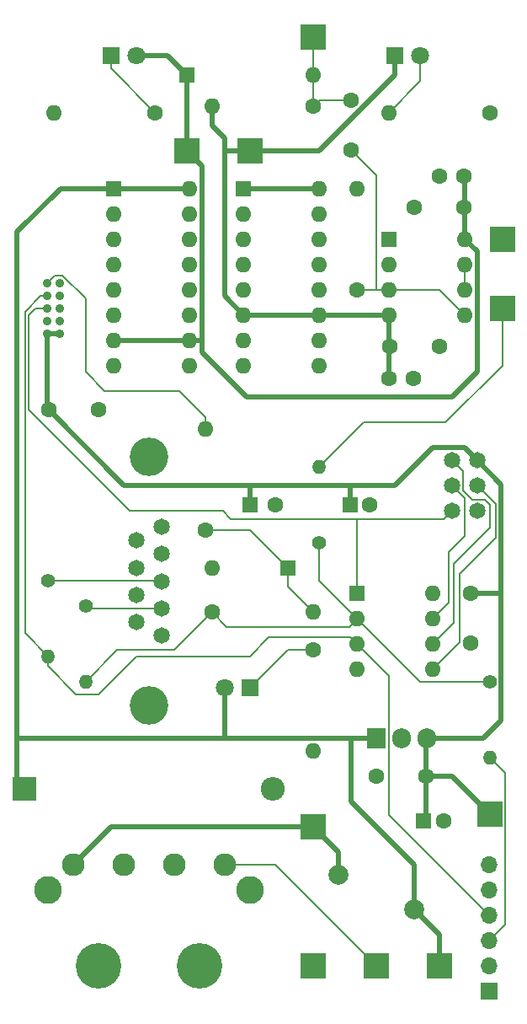
<source format=gtl>
G04 #@! TF.GenerationSoftware,KiCad,Pcbnew,8.0.3*
G04 #@! TF.CreationDate,2024-08-19T01:24:21-04:00*
G04 #@! TF.ProjectId,smoke-detector-interface,736d6f6b-652d-4646-9574-6563746f722d,rev?*
G04 #@! TF.SameCoordinates,Original*
G04 #@! TF.FileFunction,Copper,L1,Top*
G04 #@! TF.FilePolarity,Positive*
%FSLAX46Y46*%
G04 Gerber Fmt 4.6, Leading zero omitted, Abs format (unit mm)*
G04 Created by KiCad (PCBNEW 8.0.3) date 2024-08-19 01:24:21*
%MOMM*%
%LPD*%
G01*
G04 APERTURE LIST*
G04 #@! TA.AperFunction,ComponentPad*
%ADD10R,2.500000X2.500000*%
G04 #@! TD*
G04 #@! TA.AperFunction,ComponentPad*
%ADD11C,2.000000*%
G04 #@! TD*
G04 #@! TA.AperFunction,ComponentPad*
%ADD12C,1.600000*%
G04 #@! TD*
G04 #@! TA.AperFunction,ComponentPad*
%ADD13C,1.651000*%
G04 #@! TD*
G04 #@! TA.AperFunction,ComponentPad*
%ADD14C,3.860800*%
G04 #@! TD*
G04 #@! TA.AperFunction,ComponentPad*
%ADD15R,1.800000X1.800000*%
G04 #@! TD*
G04 #@! TA.AperFunction,ComponentPad*
%ADD16C,1.800000*%
G04 #@! TD*
G04 #@! TA.AperFunction,ComponentPad*
%ADD17R,1.600000X1.600000*%
G04 #@! TD*
G04 #@! TA.AperFunction,ComponentPad*
%ADD18O,1.600000X1.600000*%
G04 #@! TD*
G04 #@! TA.AperFunction,ComponentPad*
%ADD19C,1.400000*%
G04 #@! TD*
G04 #@! TA.AperFunction,ComponentPad*
%ADD20O,1.400000X1.400000*%
G04 #@! TD*
G04 #@! TA.AperFunction,ComponentPad*
%ADD21R,2.400000X2.400000*%
G04 #@! TD*
G04 #@! TA.AperFunction,ComponentPad*
%ADD22O,2.400000X2.400000*%
G04 #@! TD*
G04 #@! TA.AperFunction,ComponentPad*
%ADD23C,1.650000*%
G04 #@! TD*
G04 #@! TA.AperFunction,ComponentPad*
%ADD24R,1.905000X2.000000*%
G04 #@! TD*
G04 #@! TA.AperFunction,ComponentPad*
%ADD25O,1.905000X2.000000*%
G04 #@! TD*
G04 #@! TA.AperFunction,ComponentPad*
%ADD26C,2.286000*%
G04 #@! TD*
G04 #@! TA.AperFunction,ComponentPad*
%ADD27C,2.794000*%
G04 #@! TD*
G04 #@! TA.AperFunction,ComponentPad*
%ADD28C,4.572000*%
G04 #@! TD*
G04 #@! TA.AperFunction,ComponentPad*
%ADD29C,0.914400*%
G04 #@! TD*
G04 #@! TA.AperFunction,ComponentPad*
%ADD30R,1.700000X1.700000*%
G04 #@! TD*
G04 #@! TA.AperFunction,ComponentPad*
%ADD31O,1.700000X1.700000*%
G04 #@! TD*
G04 #@! TA.AperFunction,Conductor*
%ADD32C,0.500000*%
G04 #@! TD*
G04 #@! TA.AperFunction,Conductor*
%ADD33C,0.200000*%
G04 #@! TD*
G04 APERTURE END LIST*
D10*
X132080000Y-142240000D03*
D11*
X134620000Y-147040600D03*
X142240000Y-150495000D03*
D10*
X132080000Y-62865000D03*
D12*
X105490000Y-100330000D03*
X110490000Y-100330000D03*
D13*
X116840000Y-123056600D03*
X116840000Y-120316600D03*
X116840000Y-117576601D03*
X116840000Y-114836601D03*
X116840000Y-112096602D03*
X114300000Y-121686600D03*
X114300000Y-118946601D03*
X114300000Y-116206601D03*
X114300000Y-113466601D03*
D14*
X115570000Y-105081602D03*
X115570000Y-130071600D03*
D15*
X125730000Y-128270000D03*
D16*
X123190000Y-128270000D03*
D15*
X140330000Y-64770000D03*
D16*
X142870000Y-64770000D03*
D17*
X143189888Y-141605000D03*
D12*
X145189888Y-141605000D03*
X136525000Y-88265000D03*
D18*
X136525000Y-78105000D03*
D19*
X149860000Y-127635000D03*
D20*
X149860000Y-135255000D03*
D19*
X109220000Y-120015000D03*
D20*
X109220000Y-127635000D03*
D12*
X116205000Y-70485000D03*
D18*
X106045000Y-70485000D03*
D17*
X112075000Y-78105000D03*
D18*
X112075000Y-80645000D03*
X112075000Y-83185000D03*
X112075000Y-85725000D03*
X112075000Y-88265000D03*
X112075000Y-90805000D03*
X112075000Y-93345000D03*
X112075000Y-95885000D03*
X119695000Y-95885000D03*
X119695000Y-93345000D03*
X119695000Y-90805000D03*
X119695000Y-88265000D03*
X119695000Y-85725000D03*
X119695000Y-83185000D03*
X119695000Y-80645000D03*
X119695000Y-78105000D03*
D12*
X121285000Y-112395000D03*
D18*
X121285000Y-102235000D03*
D12*
X139720000Y-97155000D03*
X142220000Y-97155000D03*
X135890000Y-69215000D03*
X135890000Y-74215000D03*
D17*
X135795000Y-109855000D03*
D12*
X137795000Y-109855000D03*
D17*
X129540000Y-116205000D03*
D18*
X121920000Y-116205000D03*
D12*
X132080000Y-69850000D03*
D18*
X121920000Y-69850000D03*
D12*
X139780000Y-93980000D03*
X144780000Y-93980000D03*
D17*
X136535000Y-118795000D03*
D18*
X136535000Y-121335000D03*
X136535000Y-123875000D03*
X136535000Y-126415000D03*
X144155000Y-126415000D03*
X144155000Y-123875000D03*
X144155000Y-121335000D03*
X144155000Y-118795000D03*
D19*
X132715000Y-113665000D03*
D20*
X132715000Y-106045000D03*
D10*
X149860000Y-140970000D03*
D21*
X103070000Y-138430000D03*
D22*
X128070000Y-138430000D03*
D10*
X125730000Y-74295000D03*
D23*
X146050000Y-105410000D03*
X148590000Y-105410000D03*
X146050000Y-107950000D03*
X148590000Y-107950000D03*
X146050000Y-110490000D03*
X148590000Y-110490000D03*
D24*
X138430000Y-133350000D03*
D25*
X140970000Y-133350000D03*
X143510000Y-133350000D03*
D26*
X107950000Y-146050000D03*
X113030000Y-146050000D03*
X118110000Y-146050000D03*
X123190000Y-146050000D03*
D27*
X105410000Y-148590000D03*
X125730000Y-148590000D03*
D28*
X110490000Y-156210000D03*
X120650000Y-156210000D03*
D15*
X111755000Y-64770000D03*
D16*
X114295000Y-64770000D03*
D10*
X138430000Y-156210000D03*
X144780000Y-156210000D03*
D12*
X147280000Y-80010000D03*
X142280000Y-80010000D03*
X147955000Y-118785000D03*
X147955000Y-123785000D03*
D17*
X125095000Y-78105000D03*
D18*
X125095000Y-80645000D03*
X125095000Y-83185000D03*
X125095000Y-85725000D03*
X125095000Y-88265000D03*
X125095000Y-90805000D03*
X125095000Y-93345000D03*
X125095000Y-95885000D03*
X132715000Y-95885000D03*
X132715000Y-93345000D03*
X132715000Y-90805000D03*
X132715000Y-88265000D03*
X132715000Y-85725000D03*
X132715000Y-83185000D03*
X132715000Y-80645000D03*
X132715000Y-78105000D03*
D10*
X119380000Y-74295000D03*
D17*
X139710000Y-83195000D03*
D18*
X139710000Y-85735000D03*
X139710000Y-88275000D03*
X139710000Y-90815000D03*
X147330000Y-90815000D03*
X147330000Y-88275000D03*
X147330000Y-85735000D03*
X147330000Y-83195000D03*
D12*
X132080000Y-124460000D03*
D18*
X132080000Y-134620000D03*
D10*
X151130000Y-83185000D03*
X151130000Y-90170000D03*
X132080000Y-156210000D03*
D12*
X149860000Y-70485000D03*
D18*
X139700000Y-70485000D03*
D12*
X121920000Y-120650000D03*
D18*
X132080000Y-120650000D03*
D12*
X143470000Y-137160000D03*
X138470000Y-137160000D03*
D17*
X119380000Y-66675000D03*
D18*
X132080000Y-66675000D03*
D17*
X125770000Y-109855000D03*
D12*
X128270000Y-109855000D03*
D29*
X105330000Y-92710000D03*
X106600000Y-92710000D03*
X105330000Y-91440000D03*
X106600000Y-91440000D03*
X105330000Y-90170000D03*
X106600000Y-90170000D03*
X105330000Y-88900000D03*
X106600000Y-88900000D03*
X105330000Y-87630000D03*
X106600000Y-87630000D03*
D12*
X147280000Y-76835000D03*
X144780000Y-76835000D03*
D19*
X105410000Y-117475000D03*
D20*
X105410000Y-125095000D03*
D30*
X149835000Y-158750000D03*
D31*
X149835000Y-156210000D03*
X149835000Y-153670000D03*
X149835000Y-151130000D03*
X149835000Y-148590000D03*
X149835000Y-146050000D03*
D32*
X143470000Y-137160000D02*
X143470000Y-141324888D01*
X143470000Y-141324888D02*
X143189888Y-141605000D01*
D33*
X132715000Y-113665000D02*
X132715000Y-117515000D01*
X132715000Y-117515000D02*
X136535000Y-121335000D01*
X151130000Y-90170000D02*
X151130000Y-95885000D01*
X151130000Y-95885000D02*
X145415000Y-101600000D01*
X145415000Y-101600000D02*
X137160000Y-101600000D01*
X137160000Y-101600000D02*
X132715000Y-106045000D01*
D32*
X135890000Y-139700000D02*
X135890000Y-133350000D01*
X135890000Y-139700000D02*
X142240000Y-146050000D01*
X142240000Y-146050000D02*
X142240000Y-150495000D01*
X138430000Y-133350000D02*
X135890000Y-133350000D01*
X135890000Y-133350000D02*
X123190000Y-133350000D01*
X142240000Y-150495000D02*
X144780000Y-153035000D01*
X144780000Y-153035000D02*
X144780000Y-156210000D01*
X134620000Y-147040600D02*
X134620000Y-144780000D01*
X134620000Y-144780000D02*
X132080000Y-142240000D01*
X107950000Y-146050000D02*
X111760000Y-142240000D01*
X111760000Y-142240000D02*
X132080000Y-142240000D01*
X102320000Y-133350000D02*
X102320000Y-82465000D01*
X102320000Y-137680000D02*
X102320000Y-133350000D01*
X123190000Y-133350000D02*
X102320000Y-133350000D01*
X125095000Y-78105000D02*
X132715000Y-78105000D01*
X106680000Y-78105000D02*
X112075000Y-78105000D01*
X103070000Y-138430000D02*
X102320000Y-137680000D01*
X123190000Y-128270000D02*
X123190000Y-133350000D01*
X112075000Y-78105000D02*
X119695000Y-78105000D01*
X102320000Y-82465000D02*
X106680000Y-78105000D01*
X151010000Y-131565000D02*
X151010000Y-118745000D01*
X113070000Y-107910000D02*
X105490000Y-100330000D01*
X151010000Y-118745000D02*
X151010000Y-107830000D01*
X135795000Y-109855000D02*
X135795000Y-108065000D01*
X148590000Y-105410000D02*
X151010000Y-107830000D01*
X125770000Y-108010000D02*
X125770000Y-109855000D01*
X125730000Y-107970000D02*
X125770000Y-108010000D01*
X135795000Y-108065000D02*
X135890000Y-107970000D01*
X105330000Y-92710000D02*
X105330000Y-100170000D01*
X149225000Y-133350000D02*
X151010000Y-131565000D01*
X150970000Y-118785000D02*
X151010000Y-118745000D01*
X105330000Y-100170000D02*
X105490000Y-100330000D01*
X143510000Y-133350000D02*
X149225000Y-133350000D01*
X135890000Y-107970000D02*
X140315000Y-107970000D01*
X144150000Y-104135000D02*
X147315000Y-104135000D01*
X125730000Y-107970000D02*
X135890000Y-107970000D01*
X143470000Y-133390000D02*
X143510000Y-133350000D01*
X140315000Y-107970000D02*
X144150000Y-104135000D01*
X146050000Y-137160000D02*
X149860000Y-140970000D01*
X105330000Y-92710000D02*
X106600000Y-92710000D01*
X148590000Y-105410000D02*
X147315000Y-104135000D01*
X143470000Y-137160000D02*
X146050000Y-137160000D01*
X143470000Y-137160000D02*
X143470000Y-137755000D01*
X143470000Y-137160000D02*
X143470000Y-133390000D01*
X113130000Y-107970000D02*
X113070000Y-107910000D01*
X147955000Y-118785000D02*
X150970000Y-118785000D01*
X125730000Y-107970000D02*
X113130000Y-107970000D01*
D33*
X136525000Y-111295000D02*
X145245000Y-111295000D01*
X145245000Y-111295000D02*
X146050000Y-110490000D01*
X103505000Y-90805000D02*
X103505000Y-100330000D01*
X123020000Y-110490000D02*
X123825000Y-111295000D01*
X123825000Y-111295000D02*
X136525000Y-111295000D01*
X136535000Y-118795000D02*
X136535000Y-111305000D01*
X113665000Y-110490000D02*
X123020000Y-110490000D01*
X104140000Y-90170000D02*
X103505000Y-90805000D01*
X103505000Y-100330000D02*
X113665000Y-110490000D01*
X105330000Y-90170000D02*
X104140000Y-90170000D01*
X136535000Y-111305000D02*
X136525000Y-111295000D01*
X125730000Y-128270000D02*
X129540000Y-124460000D01*
X129540000Y-124460000D02*
X132080000Y-124460000D01*
X125730000Y-112395000D02*
X129540000Y-116205000D01*
X121285000Y-112395000D02*
X125730000Y-112395000D01*
X132080000Y-120650000D02*
X129540000Y-118110000D01*
X129540000Y-118110000D02*
X129540000Y-116205000D01*
X121285000Y-101103630D02*
X121285000Y-102235000D01*
X118606370Y-98425000D02*
X121285000Y-101103630D01*
X111125000Y-98425000D02*
X118606370Y-98425000D01*
X105330000Y-87630000D02*
X106087200Y-86872800D01*
X109220000Y-89179157D02*
X109220000Y-96520000D01*
X106913643Y-86872800D02*
X109220000Y-89179157D01*
X109220000Y-96520000D02*
X111125000Y-98425000D01*
X106087200Y-86872800D02*
X106913643Y-86872800D01*
X111755000Y-64770000D02*
X111755000Y-66035000D01*
X111755000Y-66035000D02*
X116205000Y-70485000D01*
X123190000Y-146050000D02*
X128270000Y-146050000D01*
X128270000Y-146050000D02*
X138430000Y-156210000D01*
X105410000Y-125095000D02*
X105410000Y-126084949D01*
X103105000Y-122790000D02*
X105410000Y-125095000D01*
X105330000Y-88900000D02*
X104683422Y-88900000D01*
X127635000Y-123190000D02*
X135850000Y-123190000D01*
X114300000Y-125095000D02*
X125730000Y-125095000D01*
X125730000Y-125095000D02*
X127635000Y-123190000D01*
X108230051Y-128905000D02*
X110490000Y-128905000D01*
X135850000Y-123190000D02*
X136535000Y-123875000D01*
X104683422Y-88900000D02*
X103105000Y-90478422D01*
X105410000Y-126084949D02*
X108230051Y-128905000D01*
X103105000Y-90478422D02*
X103105000Y-122790000D01*
X110490000Y-128905000D02*
X114300000Y-125095000D01*
X149835000Y-151130000D02*
X139717500Y-141012500D01*
X139717500Y-141012500D02*
X139717500Y-127057500D01*
X139717500Y-127057500D02*
X136535000Y-123875000D01*
X135735001Y-122134999D02*
X123404999Y-122134999D01*
X118110000Y-124460000D02*
X121920000Y-120650000D01*
X149860000Y-127635000D02*
X142835000Y-127635000D01*
X136535000Y-121335000D02*
X135735001Y-122134999D01*
X123404999Y-122134999D02*
X121920000Y-120650000D01*
X142835000Y-127635000D02*
X136535000Y-121335000D01*
X109220000Y-127635000D02*
X112395000Y-124460000D01*
X112395000Y-124460000D02*
X118110000Y-124460000D01*
X146050000Y-107950000D02*
X147320000Y-109220000D01*
X145732500Y-119757500D02*
X144155000Y-121335000D01*
X147320000Y-113030000D02*
X145732500Y-114617500D01*
X145732500Y-114617500D02*
X145732500Y-119757500D01*
X147320000Y-109220000D02*
X147320000Y-113030000D01*
X150460000Y-113235000D02*
X146855000Y-116840000D01*
X148590000Y-107950000D02*
X150460000Y-109820000D01*
X150460000Y-109820000D02*
X150460000Y-113235000D01*
X146855000Y-116840000D02*
X146855000Y-123715000D01*
X146855000Y-123715000D02*
X144155000Y-126415000D01*
X149860000Y-112190000D02*
X146265000Y-115785000D01*
X149860000Y-109855000D02*
X149860000Y-112190000D01*
X147175000Y-108440000D02*
X148100000Y-109365000D01*
X149370000Y-109365000D02*
X149860000Y-109855000D01*
X148100000Y-109365000D02*
X149370000Y-109365000D01*
X146265000Y-115785000D02*
X146265000Y-121765000D01*
X146050000Y-105410000D02*
X147175000Y-106535000D01*
X147175000Y-106535000D02*
X147175000Y-108440000D01*
X146265000Y-121765000D02*
X144155000Y-123875000D01*
X149860000Y-135255000D02*
X151410000Y-136805000D01*
X151410000Y-136805000D02*
X151410000Y-152095000D01*
X151410000Y-152095000D02*
X149835000Y-153670000D01*
D32*
X114295000Y-64770000D02*
X117475000Y-64770000D01*
X147330000Y-83195000D02*
X148580000Y-84445000D01*
X119380000Y-74295000D02*
X120945000Y-75860000D01*
X123665000Y-97315000D02*
X120945000Y-94595000D01*
X120945000Y-75860000D02*
X120945000Y-93345000D01*
X123665000Y-97315000D02*
X125410000Y-99060000D01*
X112075000Y-93345000D02*
X119695000Y-93345000D01*
X124755000Y-98405000D02*
X124617500Y-98267500D01*
X147330000Y-83195000D02*
X147330000Y-76885000D01*
X117475000Y-64770000D02*
X119380000Y-66675000D01*
X148580000Y-84445000D02*
X148580000Y-96530000D01*
X119695000Y-93345000D02*
X120945000Y-93345000D01*
X148580000Y-96530000D02*
X146050000Y-99060000D01*
X124617500Y-98267500D02*
X123665000Y-97315000D01*
X120945000Y-94595000D02*
X120945000Y-93345000D01*
X125410000Y-99060000D02*
X146050000Y-99060000D01*
X119380000Y-66675000D02*
X119380000Y-74295000D01*
X147330000Y-76885000D02*
X147280000Y-76835000D01*
X125095000Y-90805000D02*
X132715000Y-90805000D01*
X123190000Y-73025000D02*
X121920000Y-71755000D01*
X125730000Y-74295000D02*
X123190000Y-74295000D01*
X139700000Y-90805000D02*
X132715000Y-90805000D01*
X140330000Y-66680000D02*
X140330000Y-64770000D01*
X132715000Y-74295000D02*
X140330000Y-66680000D01*
X123190000Y-88900000D02*
X123190000Y-74295000D01*
X139710000Y-90815000D02*
X139710000Y-97145000D01*
X125730000Y-74295000D02*
X132715000Y-74295000D01*
X125095000Y-90805000D02*
X123190000Y-88900000D01*
X123190000Y-74295000D02*
X123190000Y-73025000D01*
X139710000Y-90815000D02*
X139700000Y-90805000D01*
X139710000Y-97145000D02*
X139720000Y-97155000D01*
X121920000Y-71755000D02*
X121920000Y-69850000D01*
D33*
X144790000Y-88275000D02*
X147330000Y-90815000D01*
X137170000Y-88275000D02*
X138430000Y-88275000D01*
X135890000Y-74215000D02*
X138430000Y-76755000D01*
X136525000Y-88265000D02*
X137160000Y-88265000D01*
X139710000Y-88275000D02*
X144790000Y-88275000D01*
X137160000Y-88265000D02*
X137170000Y-88275000D01*
X138430000Y-76755000D02*
X138430000Y-88275000D01*
X138430000Y-88275000D02*
X139710000Y-88275000D01*
X132080000Y-62865000D02*
X132080000Y-69850000D01*
X132715000Y-69215000D02*
X132080000Y-69850000D01*
X135890000Y-69215000D02*
X132715000Y-69215000D01*
X147330000Y-85735000D02*
X147330000Y-88275000D01*
X142870000Y-67315000D02*
X139700000Y-70485000D01*
X142870000Y-64770000D02*
X142870000Y-67315000D01*
X109521600Y-120316600D02*
X116840000Y-120316600D01*
X109220000Y-120015000D02*
X109521600Y-120316600D01*
X116738399Y-117475000D02*
X116840000Y-117576601D01*
X105410000Y-117475000D02*
X116738399Y-117475000D01*
M02*

</source>
